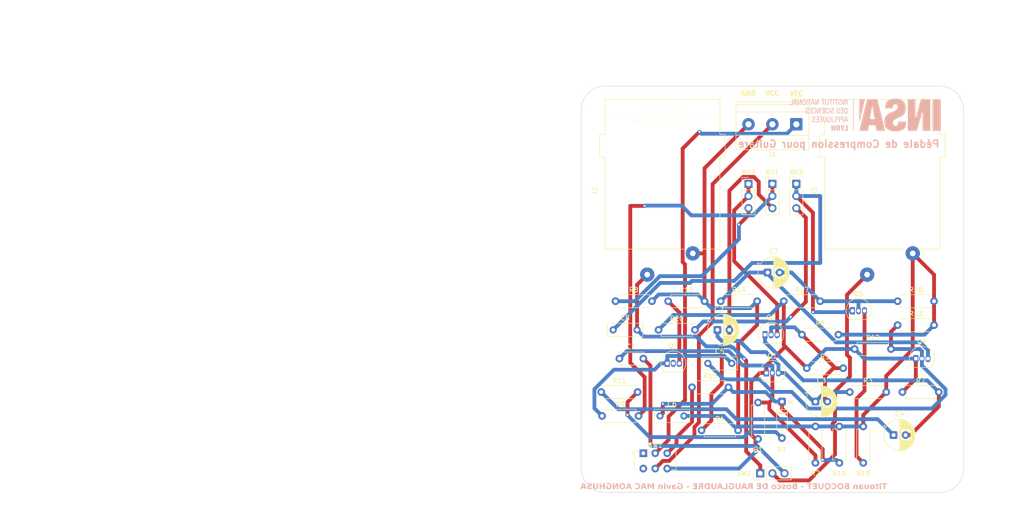
<source format=kicad_pcb>
(kicad_pcb (version 20241229) (generator "pcbnew") (generator_version "9.0")
  (layers (0 "F.Cu" signal) (2 "B.Cu" signal) (13 "F.Paste" user) (15 "B.Paste" user) (5 "F.SilkS" user "F.Silkscreen") (7 "B.SilkS" user "B.Silkscreen") (1 "F.Mask" user) (3 "B.Mask" user) (25 "Edge.Cuts" user))
  (net 0 "")
  (net 1 "INPUT")
  (net 2 "Net-(C2-Pad2)")
  (net 3 "Net-(Q1-B)")
  (net 4 "GND")
  (net 5 "Vout")
  (net 6 "OUTPUT")
  (net 7 "VCC")
  (net 8 "Net-(Q2-B)")
  (net 9 "Vin")
  (net 10 "Net-(C4-Pad1)")
  (net 11 "Net-(J1-Pad2)")
  (net 12 "Vn")
  (net 13 "VI")
  (net 14 "Vctrl")
  (net 15 "Net-(Q4-B)")
  (net 16 "Net-(Q5-B)")
  (net 17 "Net-(Q4-E)")
  (net 18 "Net-(Q5-C)")
  (net 19 "Net-(D1-A)")
  (net 20 "Net-(J1-Pad1)")
  (net 21 "Net-(Q2-E)")
  (net 22 "Net-(Q3-S)")
  (net 23 "Vcrtl")
  (net 24 "Net-(R8-Pad1)")
  (net 25 "Net-(Q5-E)")
  (net 26 "Net-(R9-Pad2)")
  (net 27 "VEE")
  (net 30 "Net-(R20-Pad2)")
  (footprint "Resistor_THT:R_Axial_DIN0207_L6.3mm_D2.5mm_P7.62mm_Horizontal" (layer "F.Cu") (at 193.19 80)
    (property "Reference" "R10" (at 3.81 -2.37 0) (layer "F.SilkS"))
    (property "Value" "1k")
    (pad "1" thru_hole circle (at 0 0) (size 1.6 1.6) (drill 0.8) (layers "*.Cu" "*.Mask") (net 22 "Net-(Q3-S)"))
    (pad "2" thru_hole circle (at 7.62 0) (size 1.6 1.6) (drill 0.8) (layers "*.Cu" "*.Mask") (net 4 "GND"))
  )
  (footprint "Resistor_THT:R_Axial_DIN0207_L6.3mm_D2.5mm_P7.62mm_Horizontal" (layer "F.Cu") (at 231.19 99)
    (property "Reference" "R3" (at 3.81 -2.37 0) (layer "F.SilkS"))
    (property "Value" "20k")
    (pad "1" thru_hole circle (at 0 0) (size 1.6 1.6) (drill 0.8) (layers "*.Cu" "*.Mask") (net 9 "Vin"))
    (pad "2" thru_hole circle (at 7.62 0) (size 1.6 1.6) (drill 0.8) (layers "*.Cu" "*.Mask") (net 4 "GND"))
  )
  (footprint "Resistor_THT:R_Axial_DIN0207_L6.3mm_D2.5mm_P7.62mm_Horizontal" (layer "F.Cu") (at 222.19 94)
    (property "Reference" "R5" (at 3.81 -2.37 0) (layer "F.SilkS"))
    (property "Value" "39k")
    (pad "1" thru_hole circle (at 0 0) (size 1.6 1.6) (drill 0.8) (layers "*.Cu" "*.Mask") (net 7 "VCC"))
    (pad "2" thru_hole circle (at 7.62 0) (size 1.6 1.6) (drill 0.8) (layers "*.Cu" "*.Mask") (net 8 "Net-(Q2-B)"))
  )
  (footprint "Capacitor_THT:C_Rect_L7.2mm_W2.5mm_P5.00mm" (layer "F.Cu") (at 181.69 86)
    (property "Reference" "C8" (at 2.5 -2.5 0) (layer "F.SilkS"))
    (property "Value" "0.47u")
    (pad "1" thru_hole circle (at 0 0) (size 1.5 1.5) (drill 0.75) (layers "*.Cu" "*.Mask") (net 18 "Net-(Q5-C)"))
    (pad "2" thru_hole circle (at 5 0) (size 1.5 1.5) (drill 0.75) (layers "*.Cu" "*.Mask") (net 6 "OUTPUT"))
  )
  (footprint "Resistor_THT:R_Axial_DIN0207_L6.3mm_D2.5mm_P7.62mm_Horizontal" (layer "F.Cu") (at 224 113.81 90)
    (property "Reference" "R2" (at -2.19 0 0) (layer "F.SilkS"))
    (property "Value" "2M")
    (pad "1" thru_hole circle (at 0 0 90) (size 1.6 1.6) (drill 0.8) (layers "*.Cu" "*.Mask") (net 3 "Net-(Q1-B)"))
    (pad "2" thru_hole circle (at 7.62 0 90) (size 1.6 1.6) (drill 0.8) (layers "*.Cu" "*.Mask") (net 4 "GND"))
  )
  (footprint "MountingHole:MountingHole_2.2mm_M2" (layer "F.Cu") (at 215 67)
    (property "Reference" "REF**" (hide yes))
    (property "Value" "MountingHole_2.2mm_M2" (hide yes))
    (pad "" np_thru_hole circle (at 0 0) (size 2.2 2.2) (drill 2.2) (layers "*.Cu" "*.Mask"))
  )
  (footprint "Package_TO_SOT_THT:TO-92_Inline" (layer "F.Cu") (at 245 92)
    (property "Reference" "Q4" (at 1.27 -3.56 0) (layer "F.SilkS"))
    (property "Value" "2N2222")
    (pad "1" thru_hole rect (at 0 0) (size 1.05 1.5) (drill 0.75) (layers "*.Cu" "*.Mask") (net 7 "VCC"))
    (pad "2" thru_hole oval (at 1.27 0) (size 1.05 1.5) (drill 0.75) (layers "*.Cu" "*.Mask") (net 15 "Net-(Q4-B)"))
    (pad "3" thru_hole oval (at 2.54 0) (size 1.05 1.5) (drill 0.75) (layers "*.Cu" "*.Mask") (net 17 "Net-(Q4-E)"))
  )
  (footprint "Resistor_THT:R_Axial_DIN0207_L6.3mm_D2.5mm_P7.62mm_Horizontal" (layer "F.Cu") (at 212 108.81 90)
    (property "Reference" "R1" (at -2.19 0 0) (layer "F.SilkS"))
    (property "Value" "2M")
    (pad "1" thru_hole circle (at 0 0 90) (size 1.6 1.6) (drill 0.8) (layers "*.Cu" "*.Mask") (net 7 "VCC"))
    (pad "2" thru_hole circle (at 7.62 0 90) (size 1.6 1.6) (drill 0.8) (layers "*.Cu" "*.Mask") (net 3 "Net-(Q1-B)"))
  )
  (footprint "Resistor_THT:R_Axial_DIN0207_L6.3mm_D2.5mm_P7.62mm_Horizontal" (layer "F.Cu") (at 242.19 99)
    (property "Reference" "R7" (at 3.81 -2.37 0) (layer "F.SilkS"))
    (property "Value" "2.5k")
    (pad "1" thru_hole circle (at 0 0) (size 1.6 1.6) (drill 0.8) (layers "*.Cu" "*.Mask") (net 7 "VCC"))
    (pad "2" thru_hole circle (at 7.62 0) (size 1.6 1.6) (drill 0.8) (layers "*.Cu" "*.Mask") (net 12 "Vn"))
  )
  (footprint "Button_Switch_THT:SW_E-Switch_EG1271_SPDT" (layer "F.Cu") (at 188 111.8)
    (property "Reference" "SW1" (at 2.5 -1.65 0) (layer "F.SilkS"))
    (property "Value" "SW_ALIM")
    (pad "1" thru_hole rect (at 0 0) (size 1.6 1.6) (drill 0.8) (layers "*.Cu" "*.Mask"))
    (pad "2" thru_hole circle (at 2.5 0) (size 1.6 1.6) (drill 0.8) (layers "*.Cu" "*.Mask") (net 20 "Net-(J1-Pad1)"))
    (pad "3" thru_hole circle (at 5 0) (size 1.6 1.6) (drill 0.8) (layers "*.Cu" "*.Mask") (net 27 "VEE"))
    (pad "4" thru_hole circle (at 0 3.2) (size 1.6 1.6) (drill 0.8) (layers "*.Cu" "*.Mask"))
    (pad "5" thru_hole circle (at 2.5 3.2) (size 1.6 1.6) (drill 0.8) (layers "*.Cu" "*.Mask") (net 11 "Net-(J1-Pad2)"))
    (pad "6" thru_hole circle (at 5 3.2) (size 1.6 1.6) (drill 0.8) (layers "*.Cu" "*.Mask") (net 7 "VCC"))
  )
  (footprint "Package_TO_SOT_THT:TO-92_Inline" (layer "F.Cu") (at 213.46 87)
    (property "Reference" "Q2" (at 1.27 -3.56 0) (layer "F.SilkS"))
    (property "Value" "2N2222")
    (pad "1" thru_hole rect (at 0 0) (size 1.05 1.5) (drill 0.75) (layers "*.Cu" "*.Mask") (net 12 "Vn"))
    (pad "2" thru_hole oval (at 1.27 0) (size 1.05 1.5) (drill 0.75) (layers "*.Cu" "*.Mask") (net 8 "Net-(Q2-B)"))
    (pad "3" thru_hole oval (at 2.54 0) (size 1.05 1.5) (drill 0.75) (layers "*.Cu" "*.Mask") (net 21 "Net-(Q2-E)"))
  )
  (footprint "Resistor_THT:R_Axial_DIN0207_L6.3mm_D2.5mm_P7.62mm_Horizontal" (layer "F.Cu") (at 217.38 80)
    (property "Reference" "R17" (at 3.81 -2.37 0) (layer "F.SilkS"))
    (property "Value" "124k")
    (pad "1" thru_hole circle (at 0 0) (size 1.6 1.6) (drill 0.8) (layers "*.Cu" "*.Mask") (net 7 "VCC"))
    (pad "2" thru_hole circle (at 7.62 0) (size 1.6 1.6) (drill 0.8) (layers "*.Cu" "*.Mask") (net 16 "Net-(Q5-B)"))
  )
  (footprint "TerminalBlock_Phoenix:TerminalBlock_Phoenix_MKDS-1,5-3_1x03_P5.00mm_Horizontal" (layer "F.Cu") (at 220 43 180)
    (property "Reference" "J1" (at 5 -6.32 0) (layer "F.SilkS"))
    (property "Value" "DIN-ALIM")
    (pad "1" thru_hole roundrect (at 0 0 180) (size 2.6 2.6) (drill 1.3) (layers "*.Cu" "*.Mask") (roundrect_rratio 0.096154) (net 20 "Net-(J1-Pad1)"))
    (pad "2" thru_hole circle (at 5 0 180) (size 2.6 2.6) (drill 1.3) (layers "*.Cu" "*.Mask") (net 11 "Net-(J1-Pad2)"))
    (pad "3" thru_hole circle (at 10 0 180) (size 2.6 2.6) (drill 1.3) (layers "*.Cu" "*.Mask") (net 4 "GND"))
  )
  (footprint "Resistor_THT:R_Axial_DIN0207_L6.3mm_D2.5mm_P7.62mm_Horizontal" (layer "F.Cu") (at 191.19 86)
    (property "Reference" "R20" (at 3.81 -2.37 0) (layer "F.SilkS"))
    (property "Value" "1k")
    (pad "1" thru_hole circle (at 0 0) (size 1.6 1.6) (drill 0.8) (layers "*.Cu" "*.Mask") (net 7 "VCC"))
    (pad "2" thru_hole circle (at 7.62 0) (size 1.6 1.6) (drill 0.8) (layers "*.Cu" "*.Mask") (net 30 "Net-(R20-Pad2)"))
  )
  (footprint "Capacitor_THT:CP_Radial_D6.3mm_P2.50mm" (layer "F.Cu") (at 240.3473 108)
    (property "Reference" "C4" (at 1.25 -4.4 0) (layer "F.SilkS"))
    (property "Value" "100u")
    (pad "1" thru_hole roundrect (at 0 0) (size 1.6 1.6) (drill 0.8) (layers "*.Cu" "*.Mask") (roundrect_rratio 0.15625) (net 10 "Net-(C4-Pad1)"))
    (pad "2" thru_hole circle (at 2.5 0) (size 1.6 1.6) (drill 0.8) (layers "*.Cu" "*.Mask") (net 12 "Vn"))
  )
  (footprint "Capacitor_THT:CP_Radial_D6.3mm_P2.50mm" (layer "F.Cu") (at 214 74)
    (property "Reference" "C7" (at 1.25 -4.4 0) (layer "F.SilkS"))
    (property "Value" "10u")
    (pad "1" thru_hole roundrect (at 0 0) (size 1.6 1.6) (drill 0.8) (layers "*.Cu" "*.Mask") (roundrect_rratio 0.15625) (net 17 "Net-(Q4-E)"))
    (pad "2" thru_hole circle (at 2.5 0) (size 1.6 1.6) (drill 0.8) (layers "*.Cu" "*.Mask") (net 16 "Net-(Q5-B)"))
  )
  (footprint "Resistor_THT:R_Axial_DIN0207_L6.3mm_D2.5mm_P7.62mm_Horizontal" (layer "F.Cu") (at 204.19 80)
    (property "Reference" "R14" (at 3.81 -2.37 0) (layer "F.SilkS"))
    (property "Value" "20k")
    (pad "1" thru_hole circle (at 0 0) (size 1.6 1.6) (drill 0.8) (layers "*.Cu" "*.Mask") (net 17 "Net-(Q4-E)"))
    (pad "2" thru_hole circle (at 7.62 0) (size 1.6 1.6) (drill 0.8) (layers "*.Cu" "*.Mask") (net 4 "GND"))
  )
  (footprint "MountingHole:MountingHole_2.2mm_M2" (layer "F.Cu") (at 250 115)
    (property "Reference" "REF**" (hide yes))
    (property "Value" "MountingHole_2.2mm_M2" (hide yes))
    (pad "" np_thru_hole circle (at 0 0) (size 2.2 2.2) (drill 2.2) (layers "*.Cu" "*.Mask"))
  )
  (footprint "Connector_PinHeader_2.54mm:PinHeader_1x03_P2.54mm_Vertical" (layer "F.Cu") (at 210 55.46)
    (property "Reference" "RV2" (at 0 -2.38 0) (layer "F.SilkS"))
    (property "Value" "R_Comp (500 Ohm)")
    (pad "1" thru_hole rect (at 0 0) (size 1.7 1.7) (drill 1) (layers "*.Cu" "*.Mask") (net 21 "Net-(Q2-E)"))
    (pad "2" thru_hole circle (at 0 2.54) (size 1.7 1.7) (drill 1) (layers "*.Cu" "*.Mask") (net 21 "Net-(Q2-E)"))
    (pad "3" thru_hole circle (at 0 5.08) (size 1.7 1.7) (drill 1) (layers "*.Cu" "*.Mask") (net 24 "Net-(R8-Pad1)"))
  )
  (footprint "Package_TO_SOT_THT:TO-92_Inline" (layer "F.Cu") (at 213.73 95)
    (property "Reference" "Q1" (at 1.27 -3.56 0) (layer "F.SilkS"))
    (property "Value" "2N2222")
    (pad "1" thru_hole rect (at 0 0) (size 1.05 1.5) (drill 0.75) (layers "*.Cu" "*.Mask") (net 7 "VCC"))
    (pad "2" thru_hole oval (at 1.27 0) (size 1.05 1.5) (drill 0.75) (layers "*.Cu" "*.Mask") (net 3 "Net-(Q1-B)"))
    (pad "3" thru_hole oval (at 2.54 0) (size 1.05 1.5) (drill 0.75) (layers "*.Cu" "*.Mask") (net 9 "Vin"))
  )
  (footprint "Resistor_THT:R_Axial_DIN0207_L6.3mm_D2.5mm_P7.62mm_Horizontal" (layer "F.Cu") (at 241.19 80)
    (property "Reference" "R18" (at 3.81 -2.37 0) (layer "F.SilkS"))
    (property "Value" "10k")
    (pad "1" thru_hole circle (at 0 0) (size 1.6 1.6) (drill 0.8) (layers "*.Cu" "*.Mask") (net 16 "Net-(Q5-B)"))
    (pad "2" thru_hole circle (at 7.62 0) (size 1.6 1.6) (drill 0.8) (layers "*.Cu" "*.Mask") (net 4 "GND"))
  )
  (footprint "Resistor_THT:R_Axial_DIN0207_L6.3mm_D2.5mm_P7.62mm_Horizontal" (layer "F.Cu") (at 241.19 85)
    (property "Reference" "R13" (at 3.81 -2.37 0) (layer "F.SilkS"))
    (property "Value" "1M")
    (pad "1" thru_hole circle (at 0 0) (size 1.6 1.6) (drill 0.8) (layers "*.Cu" "*.Mask") (net 15 "Net-(Q4-B)"))
    (pad "2" thru_hole circle (at 7.62 0) (size 1.6 1.6) (drill 0.8) (layers "*.Cu" "*.Mask") (net 4 "GND"))
  )
  (footprint "Connector_PinHeader_2.54mm:PinHeader_1x03_P2.54mm_Vertical" (layer "F.Cu") (at 212.46 116 90)
    (property "Reference" "SW2" (at 0 -3.46 0) (layer "F.SilkS"))
    (property "Value" "EFECT-CHOICE")
    (pad "1" thru_hole rect (at 0 0 90) (size 1.7 1.7) (drill 1) (layers "*.Cu" "*.Mask") (net 6 "OUTPUT"))
    (pad "2" thru_hole circle (at 0 2.54 90) (size 1.7 1.7) (drill 1) (layers "*.Cu" "*.Mask") (net 1 "INPUT"))
    (pad "3" thru_hole circle (at 0 5.08 90) (size 1.7 1.7) (drill 1) (layers "*.Cu" "*.Mask") (net 13 "VI"))
  )
  (footprint "Capacitor_THT:C_Rect_L7.2mm_W2.5mm_P5.00mm" (layer "F.Cu") (at 191.5 104)
    (property "Reference" "C6" (at 2.5 -2.5 0) (layer "F.SilkS"))
    (property "Value" "470n")
    (pad "1" thru_hole circle (at 0 0) (size 1.5 1.5) (drill 0.75) (layers "*.Cu" "*.Mask") (net 14 "Vctrl"))
    (pad "2" thru_hole circle (at 5 0) (size 1.5 1.5) (drill 0.75) (layers "*.Cu" "*.Mask") (net 4 "GND"))
  )
  (footprint "Connector_Audio:Jack_speakON-6.35mm_Neutrik_NLJ2MDXX-H_Horizontal" (layer "F.Cu") (at 234.82 74.44 90)
    (property "Reference" "J3" (at 17.5 -11 90) (layer "F.SilkS"))
    (property "Value" "AudioJack-Guitare-INPUT")
    (pad "1+" thru_hole circle (at 0 0 90) (size 3 3) (drill 1.2) (layers "*.Cu" "*.Mask") (net 1 "INPUT"))
    (pad "1-" thru_hole circle (at 4.44 9.53 90) (size 3 3) (drill 1.2) (layers "*.Cu" "*.Mask") (net 4 "GND"))
  )
  (footprint "Resistor_THT:R_Axial_DIN0207_L6.3mm_D2.5mm_P7.62mm_Horizontal" (layer "F.Cu") (at 234 113.81 90)
    (property "Reference" "R19" (at -2.19 0 0) (layer "F.SilkS"))
    (property "Value" "1k")
    (pad "1" thru_hole circle (at 0 0 90) (size 1.6 1.6) (drill 0.8) (layers "*.Cu" "*.Mask") (net 25 "Net-(Q5-E)"))
    (pad "2" thru_hole circle (at 7.62 0 90) (size 1.6 1.6) (drill 0.8) (layers "*.Cu" "*.Mask") (net 4 "GND"))
  )
  (footprint "Connector_Audio:Jack_speakON-6.35mm_Neutrik_NLJ2MDXX-H_Horizontal" (layer "F.Cu") (at 188.82 74.44 90)
    (property "Reference" "J2" (at 17.5 -11 90) (layer "F.SilkS"))
    (property "Value" "AudioJack-Guitare-OUTPUT")
    (pad "1+" thru_hole circle (at 0 0 90) (size 3 3) (drill 1.2) (layers "*.Cu" "*.Mask") (net 6 "OUTPUT"))
    (pad "1-" thru_hole circle (at 4.44 9.53 90) (size 3 3) (drill 1.2) (layers "*.Cu" "*.Mask") (net 4 "GND"))
  )
  (footprint "Resistor_THT:R_Axial_DIN0207_L6.3mm_D2.5mm_P7.62mm_Horizontal" (layer "F.Cu") (at 229 113.81 90)
    (property "Reference" "R16" (at -2.19 0 0) (layer "F.SilkS"))
    (property "Value" "47k")
    (pad "1" thru_hole circle (at 0 0 90) (size 1.6 1.6) (drill 0.8) (layers "*.Cu" "*.Mask") (net 14 "Vctrl"))
    (pad "2" thru_hole circle (at 7.62 0 90) (size 1.6 1.6) (drill 0.8) (layers "*.Cu" "*.Mask") (net 4 "GND"))
  )
  (footprint "Resistor_THT:R_Axial_DIN0207_L6.3mm_D2.5mm_P7.62mm_Horizontal" (layer "F.Cu") (at 179.19 99)
    (property "Reference" "R11" (at 3.81 -2.37 0) (layer "F.SilkS"))
    (property "Value" "100")
    (pad "1" thru_hole circle (at 0 0) (size 1.6 1.6) (drill 0.8) (layers "*.Cu" "*.Mask") (net 10 "Net-(C4-Pad1)"))
    (pad "2" thru_hole circle (at 7.62 0) (size 1.6 1.6) (drill 0.8) (layers "*.Cu" "*.Mask") (net 19 "Net-(D1-A)"))
  )
  (footprint "Resistor_THT:R_Axial_DIN0207_L6.3mm_D2.5mm_P7.62mm_Horizontal" (layer "F.Cu") (at 221.19 87)
    (property "Reference" "R6" (at 3.81 -2.37 0) (layer "F.SilkS"))
    (property "Value" "6.2k")
    (pad "1" thru_hole circle (at 0 0) (size 1.6 1.6) (drill 0.8) (layers "*.Cu" "*.Mask") (net 8 "Net-(Q2-B)"))
    (pad "2" thru_hole circle (at 7.62 0) (size 1.6 1.6) (drill 0.8) (layers "*.Cu" "*.Mask") (net 4 "GND"))
  )
  (footprint "Connector_PinHeader_2.54mm:PinHeader_1x03_P2.54mm_Vertical" (layer "F.Cu") (at 215 55.46)
    (property "Reference" "RV1" (at 0 -2.38 0) (layer "F.SilkS"))
    (property "Value" "R_Amp_Tot (20 kOhm)")
    (pad "1" thru_hole rect (at 0 0) (size 1.7 1.7) (drill 1) (layers "*.Cu" "*.Mask") (net 26 "Net-(R9-Pad2)"))
    (pad "2" thru_hole circle (at 0 2.54) (size 1.7 1.7) (drill 1) (layers "*.Cu" "*.Mask") (net 26 "Net-(R9-Pad2)"))
    (pad "3" thru_hole circle (at 0 5.08) (size 1.7 1.7) (drill 1) (layers "*.Cu" "*.Mask") (net 2 "Net-(C2-Pad2)"))
  )
  (footprint "Resistor_THT:R_Axial_DIN0207_L6.3mm_D2.5mm_P7.62mm_Horizontal" (layer "F.Cu") (at 198.19 98)
    (property "Reference" "R15" (at 3.81 -2.37 0) (layer "F.SilkS"))
    (property "Value" "300k")
    (pad "1" thru_hole circle (at 0 0) (size 1.6 1.6) (drill 0.8) (layers "*.Cu" "*.Mask") (net 27 "VEE"))
    (pad "2" thru_hole circle (at 7.62 0) (size 1.6 1.6) (drill 0.8) (layers "*.Cu" "*.Mask") (net 14 "Vctrl"))
  )
  (footprint "Connector_PinHeader_2.54mm:PinHeader_1x03_P2.54mm_Vertical" (layer "F.Cu") (at 220 55.46)
    (property "Reference" "RV3" (at 0 -2.38 0) (layer "F.SilkS"))
    (property "Value" "R_Amp (1 kOhm)")
    (pad "1" thru_hole rect (at 0 0) (size 1.7 1.7) (drill 1) (layers "*.Cu" "*.Mask") (net 18 "Net-(Q5-C)"))
    (pad "2" thru_hole circle (at 0 2.54) (size 1.7 1.7) (drill 1) (layers "*.Cu" "*.Mask") (net 18 "Net-(Q5-C)"))
    (pad "3" thru_hole circle (at 0 5.08) (size 1.7 1.7) (drill 1) (layers "*.Cu" "*.Mask") (net 30 "Net-(R20-Pad2)"))
  )
  (footprint "MountingHole:MountingHole_2.2mm_M2" (layer "F.Cu") (at 180 115)
    (property "Reference" "REF**" (hide yes))
    (property "Value" "MountingHole_2.2mm_M2" (hide yes))
    (pad "" np_thru_hole circle (at 0 0) (size 2.2 2.2) (drill 2.2) (layers "*.Cu" "*.Mask"))
  )
  (footprint "Capacitor_THT:C_Disc_D5.0mm_W2.5mm_P5.00mm" (layer "F.Cu") (at 183 92)
    (property "Reference" "C1" (at 2.5 -2.5 0) (layer "F.SilkS"))
    (property "Value" "100n")
    (pad "1" thru_hole circle (at 0 0) (size 1.6 1.6) (drill 0.8) (layers "*.Cu" "*.Mask") (net 3 "Net-(Q1-B)"))
    (pad "2" thru_hole circle (at 5 0) (size 1.6 1.6) (drill 0.8) (layers "*.Cu" "*.Mask") (net 13 "VI"))
  )
  (footprint "Resistor_THT:R_Axial_DIN0207_L6.3mm_D2.5mm_P7.62mm_Horizontal" (layer "F.Cu") (at 200.19 107)
    (property "Reference" "R4" (at 3.81 -2.37 0) (layer "F.SilkS"))
    (property "Value" "1M")
    (pad "1" thru_hole circle (at 0 0) (size 1.6 1.6) (drill 0.8) (layers "*.Cu" "*.Mask") (net 2 "Net-(C2-Pad2)"))
    (pad "2" thru_hole circle (at 7.62 0) (size 1.6 1.6) (drill 0.8) (layers "*.Cu" "*.Mask") (net 4 "GND"))
  )
  (footprint "Resistor_THT:R_Axial_DIN0207_L6.3mm_D2.5mm_P7.62mm_Horizontal" (layer "F.Cu") (at 179.38 104)
    (property "Reference" "R9" (at 3.81 -2.37 0) (layer "F.SilkS"))
    (property "Value" "1k")
    (pad "1" thru_hole circle (at 0 0) (size 1.6 1.6) (drill 0.8) (layers "*.Cu" "*.Mask") (net 5 "Vout"))
    (pad "2" thru_hole circle (at 7.62 0) (size 1.6 1.6) (drill 0.8) (layers "*.Cu" "*.Mask") (net 26 "Net-(R9-Pad2)"))
  )
  (footprint "Resistor_THT:R_Axial_DIN0207_L6.3mm_D2.5mm_P7.62mm_Horizontal" (layer "F.Cu") (at 182.19 80)
    (property "Reference" "R8" (at 3.81 -2.37 0) (layer "F.SilkS"))
    (property "Value" "300")
    (pad "1" thru_hole circle (at 0 0) (size 1.6 1.6) (drill 0.8) (layers "*.Cu" "*.Mask") (net 24 "Net-(R8-Pad1)"))
    (pad "2" thru_hole circle (at 7.62 0) (size 1.6 1.6) (drill 0.8) (layers "*.Cu" "*.Mask") (net 4 "GND"))
  )
  (footprint "clipboard:5e10ae1c-495f-4db6-8730-ded183f1f888" (layer "F.Cu") (at 201.814511 41.598302)
    (property "Reference" "" (at 0 0 0) (layer "F.SilkS") (effects (font (size 1.27 1.27))))
    (property "Value" "")
  )
  (footprint "Package_TO_SOT_THT:TO-92_Inline" (layer "F.Cu") (at 231.73 82)
    (property "Reference" "Q5" (at 1.27 -3.56 0) (layer "F.SilkS"))
    (property "Value" "2N2222")
    (pad "1" thru_hole rect (at 0 0) (size 1.05 1.5) (drill 0.75) (layers "*.Cu" "*.Mask") (net 18 "Net-(Q5-C)"))
    (pad "2" thru_hole oval (at 1.27 0) (size 1.05 1.5) (drill 0.75) (layers "*.Cu" "*.Mask") (net 16 "Net-(Q5-B)"))
    (pad "3" thru_hole oval (at 2.54 0) (size 1.05 1.5) (drill 0.75) (layers "*.Cu" "*.Mask") (net 25 "Net-(Q5-E)"))
  )
  (footprint "Package_TO_SOT_THT:TO-92_Inline" (layer "F.Cu") (at 193 93)
    (property "Reference" "Q3" (at 1.27 -3.56 0) (layer "F.SilkS"))
    (property "Value" "2N4117")
    (pad "1" thru_hole rect (at 0 0) (size 1.05 1.5) (drill 0.75) (layers "*.Cu" "*.Mask") (net 5 "Vout"))
    (pad "2" thru_hole oval (at 1.27 0) (size 1.05 1.5) (drill 0.75) (layers "*.Cu" "*.Mask") (net 23 "Vcrtl"))
    (pad "3" thru_hole oval (at 2.54 0) (size 1.05 1.5) (drill 0.75) (layers "*.Cu" "*.Mask") (net 22 "Net-(Q3-S)"))
  )
  (footprint "Capacitor_THT:CP_Radial_D6.3mm_P2.50mm" (layer "F.Cu") (at 203.5 86)
    (property "Reference" "C2" (at 0.3 -4.3 0) (layer "F.SilkS"))
    (property "Value" "20u")
    (pad "1" thru_hole roundrect (at 0 0) (size 1.6 1.6) (drill 0.8) (layers "*.Cu" "*.Mask") (roundrect_rratio 0.15625) (net 9 "Vin"))
    (pad "2" thru_hole circle (at 2.5 0) (size 1.6 1.6) (drill 0.8) (layers "*.Cu" "*.Mask") (net 2 "Net-(C2-Pad2)"))
  )
  (footprint "Resistor_THT:R_Axial_DIN0207_L6.3mm_D2.5mm_P7.62mm_Horizontal" (layer "F.Cu") (at 232.19 90)
    (property "Reference" "R12" (at 3.81 -2.37 0) (layer "F.SilkS"))
    (property "Value" "1M")
    (pad "1" thru_hole circle (at 0 0) (size 1.6 1.6) (drill 0.8) (layers "*.Cu" "*.Mask") (net 7 "VCC"))
    (pad "2" thru_hole circle (at 7.62 0) (size 1.6 1.6) (drill 0.8) (layers "*.Cu" "*.Mask") (net 15 "Net-(Q4-B)"))
  )
  (footprint "Capacitor_THT:CP_Radial_D6.3mm_P2.50mm" (layer "F.Cu") (at 224 101)
    (property "Reference" "C3" (at 1.25 -4.4 0) (layer "F.SilkS"))
    (property "Value" "10u")
    (pad "1" thru_hole roundrect (at 0 0) (size 1.6 1.6) (drill 0.8) (layers "*.Cu" "*.Mask") (roundrect_rratio 0.15625) (net 9 "Vin"))
    (pad "2" thru_hole circle (at 2.5 0) (size 1.6 1.6) (drill 0.8) (layers "*.Cu" "*.Mask") (net 8 "Net-(Q2-B)"))
  )
  (footprint "Diode_THT:D_DO-35_SOD27_P7.62mm_Horizontal" (layer "F.Cu") (at 217 101 -90)
    (property "Reference" "D1" (at 10 0 0) (layer "F.SilkS"))
    (property "Value" "1N4148")
    (fp_text user "K" (at 0 -1.8 90) (layer "F.SilkS"))
    (pad "1" thru_hole roundrect (at 0 0 270) (size 1.6 1.6) (drill 0.8) (layers "*.Cu" "*.Mask") (roundrect_rratio 0.15625) (net 14 "Vctrl"))
    (pad "2" thru_hole circle (at 7.62 0 270) (size 1.6 1.6) (drill 0.8) (layers "*.Cu" "*.Mask") (net 19 "Net-(D1-A)"))
  )
  (footprint "Capacitor_THT:C_Rect_L7.2mm_W2.5mm_P5.00mm" (layer "F.Cu") (at 201.5 93)
    (property "Reference" "C5" (at 2.5 -2.5 0) (layer "F.SilkS"))
    (property "Value" "0.022u")
    (pad "1" thru_hole circle (at 0 0) (size 1.5 1.5) (drill 0.75) (layers "*.Cu" "*.Mask") (net 15 "Net-(Q4-B)"))
    (pad "2" thru_hole circle (at 5 0) (size 1.5 1.5) (drill 0.75) (layers "*.Cu" "*.Mask") (net 5 "Vout"))
  )
  (footprint "clipboard:127030a1-c690-4418-a720-fd34b482877e" (layer "B.Cu") (at 223.3 42.4 180)
    (property "Reference" "" (at 0 0 0) (layer "B.SilkS") (effects (font (size 1.27 1.27)) (justify mirror)))
    (property "Value" "")
  )
  (gr_line (start 175 115) (end 175 40) (stroke (width 0.1)) (layer "Edge.Cuts"))
  (gr_arc (start 180 120) (mid 176.464466 118.535534) (end 175 115) (stroke (width 0.1)) (layer "Edge.Cuts"))
  (gr_line (start 250 120) (end 180 120) (stroke (width 0.1)) (layer "Edge.Cuts"))
  (gr_line (start 180 35) (end 250 35) (stroke (width 0.1)) (layer "Edge.Cuts"))
  (gr_line (start 255 40) (end 255 115) (stroke (width 0.1)) (layer "Edge.Cuts"))
  (gr_arc (start 175 40) (mid 176.464466 36.464466) (end 180 35) (stroke (width 0.1)) (layer "Edge.Cuts"))
  (gr_arc (start 255 115) (mid 253.535534 118.535534) (end 250 120) (stroke (width 0.1)) (layer "Edge.Cuts"))
  (gr_arc (start 250 35) (mid 253.535534 36.464466) (end 255 40) (stroke (width 0.1)) (layer "Edge.Cuts"))
  (gr_text "GND\n" (at 208.3 37.1 0) (layer "F.SilkS") (effects (font (size 1 1) (thickness 0.25) (bold yes)) (justify left bottom)))
  (gr_text "VCC\n" (at 213.4 37.1 0) (layer "F.SilkS") (effects (font (size 1 1) (thickness 0.25) (bold yes)) (justify left bottom)))
  (gr_text "VEE" (at 218.5 37.2 0) (layer "F.SilkS") (effects (font (size 1 1) (thickness 0.25) (bold yes)) (justify left bottom)))
  (gr_text "Pédale de Compression pour Guitare" (at 250.1 48 0) (layer "B.SilkS") (effects (font (size 1.5 1.5) (thickness 0.3) (bold yes)) (justify left bottom mirror)))
  (gr_text "Titouan BOCQUET - Bosco DE RAUGLAUDRE - Gavin MAC AONGHUSA" (at 239 119.5 0) (layer "B.SilkS") (effects (font (size 1.2 1.2) (thickness 0.3) (bold yes)) (justify left bottom mirror)))
  (segment (start 215 116) (end 216.4734 117.4734) (width 0.8) (layer "F.Cu") (net 1))
  (segment (start 230.6031 78.6569) (end 234.82 74.44) (width 0.8) (layer "F.Cu") (net 1))
  (segment (start 228.1 112.0443) (end 228.1 107.271314) (width 0.8) (layer "F.Cu") (net 1))
  (segment (start 222.6709 117.4734) (end 228.1 112.0443) (width 0.8) (layer "F.Cu") (net 1))
  (segment (start 228.1 105.108686) (end 228.1 98.85) (width 0.8) (layer "F.Cu") (net 1))
  (segment (start 228.1 98.85) (end 231.2181 95.7319) (width 0.8) (layer "F.Cu") (net 1))
  (segment (start 216.4734 117.4734) (end 222.6709 117.4734) (width 0.8) (layer "F.Cu") (net 1))
  (segment (start 227.599 106.770314) (end 227.599 105.609686) (width 0.8) (layer "F.Cu") (net 1))
  (segment (start 230.6031 91.2303) (end 230.6031 78.6569) (width 0.8) (layer "F.Cu") (net 1))
  (segment (start 228.1 107.271314) (end 227.599 106.770314) (width 0.8) (layer "F.Cu") (net 1))
  (segment (start 231.2181 91.8453) (end 230.6031 91.2303) (width 0.8) (layer "F.Cu") (net 1))
  (segment (start 227.599 105.609686) (end 228.1 105.108686) (width 0.8) (layer "F.Cu") (net 1))
  (segment (start 231.2181 95.7319) (end 231.2181 91.8453) (width 0.8) (layer "F.Cu") (net 1))
  (segment (start 208.8638 54.0083) (end 211.1142 54.0083) (width 0.8) (layer "F.Cu") (net 2))
  (segment (start 200.19 107) (end 202.227 104.963) (width 0.8) (layer "F.Cu") (net 2))
  (segment (start 212.1463 57.6863) (end 215 60.54) (width 0.8) (layer "F.Cu") (net 2))
  (segment (start 202.227 99.4702) (end 204.4098 97.2874) (width 0.8) (layer "F.Cu") (net 2))
  (segment (start 206 56.8721) (end 208.8638 54.0083) (width 0.8) (layer "F.Cu") (net 2))
  (segment (start 204.4098 89.6639) (end 206 88.0737) (width 0.8) (layer "F.Cu") (net 2))
  (segment (start 206 88.0737) (end 206 56.8721) (width 0.8) (layer "F.Cu") (net 2))
  (segment (start 212.1463 55.0404) (end 212.1463 57.6863) (width 0.8) (layer "F.Cu") (net 2))
  (segment (start 204.4098 97.2874) (end 204.4098 89.6639) (width 0.8) (layer "F.Cu") (net 2))
  (segment (start 211.1142 54.0083) (end 212.1463 55.0404) (width 0.8) (layer "F.Cu") (net 2))
  (segment (start 202.227 104.963) (end 202.227 99.4702) (width 0.8) (layer "F.Cu") (net 2))
  (segment (start 206.4 86) (end 206 86) (width 0.8) (layer "F.Cu") (net 2))
  (segment (start 215 100.545) (end 214.355 101.19) (width 0.8) (layer "F.Cu") (net 3))
  (segment (start 214.355 102.6065) (end 224 112.2515) (width 0.8) (layer "F.Cu") (net 3))
  (segment (start 215 95) (end 215 100.545) (width 0.8) (layer "F.Cu") (net 3))
  (segment (start 214.355 101.19) (end 214.355 102.6065) (width 0.8) (layer "F.Cu") (net 3))
  (segment (start 224 112.2515) (end 224 113.81) (width 0.8) (layer "F.Cu") (net 3))
  (segment (start 214.355 101.19) (end 212 101.19) (width 0.8) (layer "F.Cu") (net 3))
  (segment (start 184.5573 90.4427) (end 183 92) (width 0.8) (layer "B.Cu") (net 3))
  (segment (start 205.8544 90.4427) (end 184.5573 90.4427) (width 0.8) (layer "B.Cu") (net 3))
  (segment (start 215 95) (end 215 93.45) (width 0.8) (layer "B.Cu") (net 3))
  (segment (start 208.8617 93.45) (end 205.8544 90.4427) (width 0.8) (layer "B.Cu") (net 3))
  (segment (start 215 93.45) (end 208.8617 93.45) (width 0.8) (layer "B.Cu") (net 3))
  (segment (start 234 103.81) (end 234 106.19) (width 0.8) (layer "F.Cu") (net 4))
  (segment (start 207.8517 88.9156) (end 211.81 84.9573) (width 0.8) (layer "F.Cu") (net 4))
  (segment (start 211.81 84.9573) (end 211.81 80) (width 0.8) (layer "F.Cu") (net 4))
  (segment (start 210 43) (end 200.81 52.19) (width 0.8) (layer "F.Cu") (net 4))
  (segment (start 248.81 74.46) (end 248.81 80) (width 0.8) (layer "F.Cu") (net 4))
  (segment (start 207.81 107) (end 207.8517 106.9583) (width 0.8) (layer "F.Cu") (net 4))
  (segment (start 238.81 99) (end 234 103.81) (width 0.8) (layer "F.Cu") (net 4))
  (segment (start 238.81 95.6045) (end 238.81 99) (width 0.8) (layer "F.Cu") (net 4))
  (segment (start 244.35 70) (end 244.35 90.0645) (width 0.8) (layer "F.Cu") (net 4))
  (segment (start 248.81 80) (end 248.81 85) (width 0.8) (layer "F.Cu") (net 4))
  (segment (start 198.35 70) (end 200.81 70) (width 0.8) (layer "F.Cu") (net 4))
  (segment (start 207.8517 106.9583) (end 207.8517 88.9156) (width 0.8) (layer "F.Cu") (net 4))
  (segment (start 200.81 52.19) (end 200.81 70) (width 0.8) (layer "F.Cu") (net 4))
  (segment (start 244.35 70) (end 248.81 74.46) (width 0.8) (layer "F.Cu") (net 4))
  (segment (start 200.81 70) (end 200.81 80) (width 0.8) (layer "F.Cu") (net 4))
  (segment (start 244.35 90.0645) (end 238.81 95.6045) (width 0.8) (layer "F.Cu") (net 4))
  (segment (start 199.3957 78.5857) (end 191.2243 78.5857) (width 0.8) (layer "B.Cu") (net 4))
  (segment (start 207 106.19) (end 207.81 106.19) (width 0.8) (layer "B.Cu") (net 4))
  (segment (start 204.81 104) (end 207 106.19) (width 0.8) (layer "B.Cu") (net 4))
  (segment (start 246.81 87) (end 248.81 85) (width 0.8) (layer "B.Cu") (net 4))
  (segment (start 207.81 106.19) (end 207.81 107) (width 0.8) (layer "B.Cu") (net 4))
  (segment (start 229 106.19) (end 234 106.19) (width 0.8) (layer "B.Cu") (net 4))
  (segment (start 191.2243 78.5857) (end 189.81 80) (width 0.8) (layer "B.Cu") (net 4))
  (segment (start 210.3631 81.4469) (end 202.2569 81.4469) (width 0.8) (layer "B.Cu") (net 4))
  (segment (start 196.5 104) (end 204.81 104) (width 0.8) (layer "B.Cu") (net 4))
  (segment (start 211.81 80) (end 210.3631 81.4469) (width 0.8) (layer "B.Cu") (net 4))
  (segment (start 200.81 80) (end 199.3957 78.5857) (width 0.8) (layer "B.Cu") (net 4))
  (segment (start 224 106.19) (end 229 106.19) (width 0.8) (layer "B.Cu") (net 4))
  (segment (start 202.2569 81.4469) (end 200.81 80) (width 0.8) (layer "B.Cu") (net 4))
  (segment (start 224 106.19) (end 207.81 106.19) (width 0.8) (layer "B.Cu") (net 4))
  (segment (start 228.81 87) (end 246.81 87) (width 0.8) (layer "B.Cu") (net 4))
  (segment (start 177.7733 102.3933) (end 177.7733 98.4038) (width 0.8) (layer "B.Cu") (net 5))
  (segment (start 204.95 91.45) (end 206.5 93) (width 0.8) (layer "B.Cu") (net 5))
  (segment (start 177.7733 98.4038) (end 181.8521 94.325) (width 0.8) (layer "B.Cu") (net 5))
  (segment (start 181.8521 94.325) (end 190.35 94.325) (width 0.8) (layer "B.Cu") (net 5))
  (segment (start 190.35 94.325) (end 191.675 93) (width 0.8) (layer "B.Cu") (net 5))
  (segment (start 193 91.45) (end 204.95 91.45) (width 0.8) (layer "B.Cu") (net 5))
  (segment (start 193 93) (end 193 91.45) (width 0.8) (layer "B.Cu") (net 5))
  (segment (start 179.38 104) (end 177.7733 102.3933) (width 0.8) (layer "B.Cu") (net 5))
  (segment (start 193 93) (end 191.675 93) (width 0.8) (layer "B.Cu") (net 5))
  (segment (start 209.5177 111.4077) (end 209.5177 92.4341) (width 0.8) (layer "F.Cu") (net 6))
  (segment (start 212.46 116) (end 212.46 114.35) (width 0.8) (layer "F.Cu") (net 6))
  (segment (start 209.5177 92.4341) (end 209.0944 92.0108) (width 0.8) (layer "F.Cu") (net 6))
  (segment (start 212.46 114.35) (end 209.5177 111.4077) (width 0.8) (layer "F.Cu") (net 6))
  (segment (start 186.69 76.57) (end 188.82 74.44) (width 0.8) (layer "F.Cu") (net 6))
  (segment (start 186.69 86) (end 186.69 76.57) (width 0.8) (layer "F.Cu") (net 6))
  (via (at 209.0944 92.0108) (size 0.8) (drill 0.4) (layers "F.Cu" "B.Cu") (net 6))
  (segment (start 201.1417 89.4417) (end 206.269028 89.4417) (width 0.8) (layer "B.Cu") (net 6))
  (segment (start 199.1017 87.4017) (end 201.1417 89.4417) (width 0.8) (layer "B.Cu") (net 6))
  (segment (start 206.269028 89.4417) (end 206.527328 89.7) (width 0.8) (layer "B.Cu") (net 6))
  (segment (start 186.69 86) (end 188.0917 87.4017) (width 0.8) (layer "B.Cu") (net 6))
  (segment (start 206.527328 89.7) (end 206.7836 89.7) (width 0.8) (layer "B.Cu") (net 6))
  (segment (start 188.0917 87.4017) (end 199.1017 87.4017) (width 0.8) (layer "B.Cu") (net 6))
  (segment (start 206.7836 89.7) (end 209.0944 92.0108) (width 0.8) (layer "B.Cu") (net 6))
  (segment (start 210.5769 96.8281) (end 210.5769 107.9248) (width 0.8) (layer "F.Cu") (net 7))
  (segment (start 210.5769 107.9248) (end 211.4621 108.81) (width 0.8) (layer "F.Cu") (net 7))
  (segment (start 211.4621 108.81) (end 211.4621 111.5525) (width 0.8) (layer "F.Cu") (net 7))
  (segment (start 217.685 89.495) (end 217.38 89.19) (width 0.8) (layer "F.Cu") (net 7))
  (segment (start 217.38 89.19) (end 217.38 80) (width 0.8) (layer "F.Cu") (net 7))
  (segment (start 213.73 95) (end 212.405 95) (width 0.8) (layer "F.Cu") (net 7))
  (segment (start 245 96.19) (end 245 92) (width 0.8) (layer "F.Cu") (net 7))
  (segment (start 222.19 94) (end 217.685 89.495) (width 0.8) (layer "F.Cu") (net 7))
  (segment (start 242.19 99) (end 245 96.19) (width 0.8) (layer "F.Cu") (net 7))
  (segment (start 213.73 93.45) (end 217.685 89.495) (width 0.8) (layer "F.Cu") (net 7))
  (segment (start 213.73 95) (end 213.73 93.45) (width 0.8) (layer "F.Cu") (net 7))
  (segment (start 212.405 95) (end 210.5769 96.8281) (width 0.8) (layer "F.Cu") (net 7))
  (segment (start 212 108.81) (end 211.4621 108.81) (width 0.8) (layer "F.Cu") (net 7))
  (via (at 211.4621 111.5525) (size 0.8) (drill 0.4) (layers "F.Cu" "B.Cu") (net 7))
  (segment (start 211.4621 111.5525) (end 208.0146 115) (width 0.8) (layer "B.Cu") (net 7))
  (segment (start 191.19 86) (end 194.3017 82.8883) (width 0.8) (layer "B.Cu") (net 7))
  (segment (start 208.0146 115) (end 193 115) (width 0.8) (layer "B.Cu") (net 7))
  (segment (start 214.4917 82.8883) (end 217.38 80) (width 0.8) (layer "B.Cu") (net 7))
  (segment (start 232.19 90) (end 234.19 92) (width 0.8) (layer "B.Cu") (net 7))
  (segment (start 226.19 90) (end 232.19 90) (width 0.8) (layer "B.Cu") (net 7))
  (segment (start 222.19 94) (end 226.19 90) (width 0.8) (layer "B.Cu") (net 7))
  (segment (start 234.19 92) (end 245 92) (width 0.8) (layer "B.Cu") (net 7))
  (segment (start 194.3017 82.8883) (end 214.4917 82.8883) (width 0.8) (layer "B.Cu") (net 7))
  (segment (start 227.77 93.58) (end 221.19 87) (width 0.8) (layer "F.Cu") (net 8))
  (segment (start 226 101) (end 226 95.77) (width 0.8) (layer "F.Cu") (net 8))
  (segment (start 226 95.77) (end 227.77 94) (width 0.8) (layer "F.Cu") (net 8))
  (segment (start 229.81 94) (end 227.77 94) (width 0.8) (layer "F.Cu") (net 8))
  (segment (start 227.77 94) (end 227.77 93.58) (width 0.8) (layer "F.Cu") (net 8))
  (segment (start 221.19 87) (end 219.64 85.45) (width 0.8) (layer "B.Cu") (net 8))
  (segment (start 219.64 85.45) (end 214.73 85.45) (width 0.8) (layer "B.Cu") (net 8))
  (segment (start 214.73 87) (end 214.73 85.45) (width 0.8) (layer "B.Cu") (net 8))
  (segment (start 216.27 95) (end 217.595 95) (width 0.8) (layer "B.Cu") (net 9))
  (segment (start 216.27 93.2409) (end 213.6772 90.6481) (width 0.8) (layer "B.Cu") (net 9))
  (segment (start 231.19 99) (end 226 99) (width 0.8) (layer "B.Cu") (net 9))
  (segment (start 203.5 87.4) (end 203.5 86) (width 0.8) (layer "B.Cu") (net 9))
  (segment (start 204.4 88.3) (end 203.5 87.4) (width 0.8) (layer "B.Cu") (net 9))
  (segment (start 217.595 95) (end 223.595 101) (width 0.8) (layer "B.Cu") (net 9))
  (segment (start 210.49 90.6481) (end 208.1419 88.3) (width 0.8) (layer "B.Cu") (net 9))
  (segment (start 213.6772 90.6481) (end 210.49 90.6481) (width 0.8) (layer "B.Cu") (net 9))
  (segment (start 226 99) (end 224 101) (width 0.8) (layer "B.Cu") (net 9))
  (segment (start 223.595 101) (end 224 101) (width 0.8) (layer "B.Cu") (net 9))
  (segment (start 216.27 95) (end 216.27 93.2409) (width 0.8) (layer "B.Cu") (net 9))
  (segment (start 208.1419 88.3) (end 204.4 88.3) (width 0.8) (layer "B.Cu") (net 9))
  (segment (start 179.19 99) (end 182.7802 102.5902) (width 0.8) (layer "B.Cu") (net 10))
  (segment (start 205.3804 102.5902) (end 207.4596 104.6694) (width 0.8) (layer "B.Cu") (net 10))
  (segment (start 182.7802 102.5902) (end 205.3804 102.5902) (width 0.8) (layer "B.Cu") (net 10))
  (segment (start 237.0167 104.6694) (end 240.3473 108) (width 0.8) (layer "B.Cu") (net 10))
  (segment (start 207.4596 104.6694) (end 237.0167 104.6694) (width 0.8) (layer "B.Cu") (net 10))
  (segment (start 202.5 55.5) (end 202.5 84.31) (width 0.8) (layer "F.Cu") (net 11))
  (segment (start 192.1 113.4) (end 190.5 115) (width 0.8) (layer "F.Cu") (net 11))
  (segment (start 199.6274 105.3796) (end 198.69 106.317) (width 0.8) (layer "F.Cu") (net 11))
  (segment (start 199.6274 87.1826) (end 199.6274 105.3796) (width 0.8) (layer "F.Cu") (net 11))
  (segment (start 198.69 108.107) (end 193.397 113.4) (width 0.8) (layer "F.Cu") (net 11))
  (segment (start 215 43) (end 202.5 55.5) (width 0.8) (layer "F.Cu") (net 11))
  (segment (start 202.5 84.31) (end 199.6274 87.1826) (width 0.8) (layer "F.Cu") (net 11))
  (segment (start 193.397 113.4) (end 192.1 113.4) (width 0.8) (layer "F.Cu") (net 11))
  (segment (start 198.69 106.317) (end 198.69 108.107) (width 0.8) (layer "F.Cu") (net 11))
  (segment (start 249.81 102.0373) (end 243.8473 108) (width 0.8) (layer "F.Cu") (net 12))
  (segment (start 249.81 99) (end 249.81 102.0373) (width 0.8) (layer "F.Cu") (net 12))
  (segment (start 247.3653 96.5553) (end 221.4653 96.5553) (width 0.8) (layer "B.Cu") (net 12))
  (segment (start 221.4653 96.5553) (end 213.46 88.55) (width 0.8) (layer "B.Cu") (net 12))
  (segment (start 249.81 99) (end 247.3653 96.5553) (width 0.8) (layer "B.Cu") (net 12))
  (segment (start 213.46 87) (end 213.46 88.55) (width 0.8) (layer "B.Cu") (net 12))
  (segment (start 189.4882 109.9124) (end 189.4882 93.4882) (width 0.8) (layer "F.Cu") (net 13))
  (segment (start 189.4882 93.4882) (end 188 92) (width 0.8) (layer "F.Cu") (net 13))
  (via (at 189.4882 109.9124) (size 0.8) (drill 0.4) (layers "F.Cu" "B.Cu") (net 13))
  (segment (start 217.54 116) (end 211.8061 110.2661) (width 0.8) (layer "B.Cu") (net 13))
  (segment (start 189.8419 110.2661) (end 189.4882 109.9124) (width 0.8) (layer "B.Cu") (net 13))
  (segment (start 211.8061 110.2661) (end 189.8419 110.2661) (width 0.8) (layer "B.Cu") (net 13))
  (segment (start 192.086 103.414) (end 192.086 101.4631) (width 0.8) (layer "F.Cu") (net 14))
  (segment (start 191.5 104) (end 192.086 103.414) (width 0.8) (layer "F.Cu") (net 14))
  (segment (start 225.528 110.9485) (end 225.528 113.1997) (width 0.8) (layer "F.Cu") (net 14))
  (segment (start 217 102.4205) (end 225.528 110.9485) (width 0.8) (layer "F.Cu") (net 14))
  (segment (start 217 101) (end 217 102.4205) (width 0.8) (layer "F.Cu") (net 14))
  (via (at 225.528 113.1997) (size 0.8) (drill 0.4) (layers "F.Cu" "B.Cu") (net 14))
  (via (at 192.086 101.4631) (size 0.8) (drill 0.4) (layers "F.Cu" "B.Cu") (net 14))
  (segment (start 213.5851 99.0017) (end 215.5834 101) (width 0.8) (layer "B.Cu") (net 14))
  (segment (start 205.81 98) (end 206.8117 99.0017) (width 0.8) (layer "B.Cu") (net 14))
  (segment (start 225.528 113.1997) (end 228.3897 113.1997) (width 0.8) (layer "B.Cu") (net 14))
  (segment (start 215.5834 101) (end 217 101) (width 0.8) (layer "B.Cu") (net 14))
  (segment (start 202.3469 101.4631) (end 205.81 98) (width 0.8) (layer "B.Cu") (net 14))
  (segment (start 228.3897 113.1997) (end 229 113.81) (width 0.8) (layer "B.Cu") (net 14))
  (segment (start 192.086 101.4631) (end 202.3469 101.4631) (width 0.8) (layer "B.Cu") (net 14))
  (segment (start 206.8117 99.0017) (end 213.5851 99.0017) (width 0.8) (layer "B.Cu") (net 14))
  (segment (start 239.81 86.38) (end 239.81 90) (width 0.8) (layer "F.Cu") (net 15))
  (segment (start 241.19 85) (end 239.81 86.38) (width 0.8) (layer "F.Cu") (net 15))
  (segment (start 246.27 91.9194) (end 246.27 92) (width 0.8) (layer "B.Cu") (net 15))
  (segment (start 246.3675 93.55) (end 251.216 98.3985) (width 0.8) (layer "B.Cu") (net 15))
  (segment (start 214.9674 98.9674) (end 212.3502 96.3502) (width 0.8) (layer "B.Cu") (net 15))
  (segment (start 245.82 90) (end 246.27 90.45) (width 0.8) (layer "B.Cu") (net 15))
  (segment (start 246.27 93.55) (end 246.3675 93.55) (width 0.8) (layer "B.Cu") (net 15))
  (segment (start 246.27 91.9194) (end 246.27 90.45) (width 0.8) (layer "B.Cu") (net 15))
  (segment (start 246.27 92) (end 246.27 93.55) (width 0.8) (layer "B.Cu") (net 15))
  (segment (start 222.5165 102.4409) (end 219.043 98.9674) (width 0.8) (layer "B.Cu") (net 15))
  (segment (start 219.043 98.9674) (end 214.9674 98.9674) (width 0.8) (layer "B.Cu") (net 15))
  (segment (start 204.8502 96.3502) (end 201.5 93) (width 0.8) (layer "B.Cu") (net 15))
  (segment (start 251.216 98.3985) (end 251.216 99.5896) (width 0.8) (layer "B.Cu") (net 15))
  (segment (start 251.216 99.5896) (end 248.3647 102.4409) (width 0.8) (layer "B.Cu") (net 15))
  (segment (start 239.81 90) (end 245.82 90) (width 0.8) (layer "B.Cu") (net 15))
  (segment (start 248.3647 102.4409) (end 222.5165 102.4409) (width 0.8) (layer "B.Cu") (net 15))
  (segment (start 212.3502 96.3502) (end 204.8502 96.3502) (width 0.8) (layer "B.Cu") (net 15))
  (segment (start 233 80) (end 225 80) (width 0.8) (layer "B.Cu") (net 16))
  (segment (start 241.19 80) (end 233 80) (width 0.8) (layer "B.Cu") (net 16))
  (segment (start 233 80) (end 233 82) (width 0.8) (layer "B.Cu") (net 16))
  (segment (start 219 74) (end 225 80) (width 0.8) (layer "B.Cu") (net 16))
  (segment (start 216 74) (end 219 74) (width 0.8) (layer "B.Cu") (net 16))
  (segment (start 214 74.2836) (end 228.3147 88.5983) (width 0.8) (layer "B.Cu") (net 17))
  (segment (start 204.19 80) (end 210.19 74) (width 0.8) (layer "B.Cu") (net 17))
  (segment (start 245.9223 88.5983) (end 247.54 90.216) (width 0.8) (layer "B.Cu") (net 17))
  (segment (start 214 74) (end 214 74.2836) (width 0.8) (layer "B.Cu") (net 17))
  (segment (start 228.3147 88.5983) (end 245.9223 88.5983) (width 0.8) (layer "B.Cu") (net 17))
  (segment (start 247.54 90.216) (end 247.54 92) (width 0.8) (layer "B.Cu") (net 17))
  (segment (start 210.19 74) (end 214 74) (width 0.8) (layer "B.Cu") (net 17))
  (segment (start 223.4794 61.4794) (end 223.4794 82.2862) (width 0.8) (layer "F.Cu") (net 18))
  (segment (start 220 58) (end 223.4794 61.4794) (width 0.8) (layer "F.Cu") (net 18))
  (segment (start 220 55.46) (end 220 58) (width 0.8) (layer "F.Cu") (net 18))
  (via (at 223.4794 82.2862) (size 0.8) (drill 0.4) (layers "F.Cu" "B.Cu") (net 18))
  (segment (start 225 72) (end 225 58) (width 0.8) (layer "B.Cu") (net 18))
  (segment (start 210.774372 72) (end 225 72) (width 0.8) (layer "B.Cu") (net 18))
  (segment (start 207.013972 75.7604) (end 210.774372 72) (width 0.8) (layer "B.Cu") (net 18))
  (segment (start 197.7519 76.1753) (end 198.1668 75.7604) (width 0.8) (layer "B.Cu") (net 18))
  (segment (start 223.4794 82.2862) (end 230.1188 82.2862) (width 0.8) (layer "B.Cu") (net 18))
  (segment (start 198.1668 75.7604) (end 207.013972 75.7604) (width 0.8) (layer "B.Cu") (net 18))
  (segment (start 197.7519 76.1753) (end 198.1668 75.7604) (width 0.8) (layer "B.Cu") (net 18))
  (segment (start 230.1188 82.2862) (end 230.405 82) (width 0.8) (layer "B.Cu") (net 18))
  (segment (start 181.69 86) (end 191.5147 76.1753) (width 0.8) (layer "B.Cu") (net 18))
  (segment (start 191.5147 76.1753) (end 197.7519 76.1753) (width 0.8) (layer "B.Cu") (net 18))
  (segment (start 220 58) (end 220 55.46) (width 0.8) (layer "B.Cu") (net 18))
  (segment (start 231.73 82) (end 230.405 82) (width 0.8) (layer "B.Cu") (net 18))
  (segment (start 225 58) (end 220 58) (width 0.8) (layer "B.Cu") (net 18))
  (segment (start 184.6901 101.1199) (end 184.6901 103.7995) (width 0.8) (layer "F.Cu") (net 19))
  (segment (start 186.81 99) (end 184.6901 101.1199) (width 0.8) (layer "F.Cu") (net 19))
  (via (at 184.6901 103.7995) (size 0.8) (drill 0.4) (layers "F.Cu" "B.Cu") (net 19))
  (segment (start 184.6901 103.7995) (end 189.3155 108.4249) (width 0.8) (layer "B.Cu") (net 19))
  (segment (start 210.1564 107.3549) (end 215.7349 107.3549) (width 0.8) (layer "B.Cu") (net 19))
  (segment (start 189.3155 108.4249) (end 209.0864 108.4249) (width 0.8) (layer "B.Cu") (net 19))
  (segment (start 215.7349 107.3549) (end 217 108.62) (width 0.8) (layer "B.Cu") (net 19))
  (segment (start 209.0864 108.4249) (end 210.1564 107.3549) (width 0.8) (layer "B.Cu") (net 19))
  (segment (start 196.7205 100.689) (end 193.2877 104.1218) (width 0.8) (layer "F.Cu") (net 20))
  (segment (start 193.2877 104.1218) (end 193.2877 109.0123) (width 0.8) (layer "F.Cu") (net 20))
  (segment (start 193.2877 109.0123) (end 190.5 111.8) (width 0.8) (layer "F.Cu") (net 20))
  (segment (start 196.2354 48.0692) (end 196.2354 71.7954) (width 0.8) (layer "F.Cu") (net 20))
  (segment (start 196.7205 72.2805) (end 196.7205 100.689) (width 0.8) (layer "F.Cu") (net 20))
  (segment (start 196.2354 71.7954) (end 196.7205 72.2805) (width 0.8) (layer "F.Cu") (net 20))
  (segment (start 199.7242 44.5804) (end 196.2354 48.0692) (width 0.8) (layer "F.Cu") (net 20))
  (via (at 199.7242 44.5804) (size 0.8) (drill 0.4) (layers "F.Cu" "B.Cu") (net 20))
  (segment (start 200.1129 44.9691) (end 199.7242 44.5804) (width 0.8) (layer "B.Cu") (net 20))
  (segment (start 218.0309 44.9691) (end 200.1129 44.9691) (width 0.8) (layer "B.Cu") (net 20))
  (segment (start 220 43) (end 218.0309 44.9691) (width 0.8) (layer "B.Cu") (net 20))
  (segment (start 207 61) (end 210 58) (width 0.8) (layer "F.Cu") (net 21))
  (segment (start 216 87) (end 216 80.6322) (width 0.8) (layer "F.Cu") (net 21))
  (segment (start 207 71.6322) (end 207 61) (width 0.8) (layer "F.Cu") (net 21))
  (segment (start 216 80.6322) (end 207 71.6322) (width 0.8) (layer "F.Cu") (net 21))
  (segment (start 210 55.46) (end 210 58) (width 0.8) (layer "F.Cu") (net 21))
  (segment (start 195.54 93) (end 195.54 82.35) (width 0.8) (layer "F.Cu") (net 22))
  (segment (start 195.54 82.35) (end 193.19 80) (width 0.8) (layer "F.Cu") (net 22))
  (segment (start 210 62) (end 210 60.54) (width 0.8) (layer "F.Cu") (net 24))
  (segment (start 208 64) (end 210 62) (width 0.8) (layer "F.Cu") (net 24))
  (via (at 208 64) (size 0.8) (drill 0.4) (layers "F.Cu" "B.Cu") (net 24))
  (segment (start 186.2324 80) (end 182.19 80) (width 0.8) (layer "B.Cu") (net 24))
  (segment (start 196.929 74.7594) (end 196.9282 74.7602) (width 0.8) (layer "B.Cu") (net 24))
  (segment (start 208 67) (end 200.2406 74.7594) (width 0.8) (layer "B.Cu") (net 24))
  (segment (start 191.4722 74.7602) (end 186.2324 80) (width 0.8) (layer "B.Cu") (net 24))
  (segment (start 208 64) (end 208 67) (width 0.8) (layer "B.Cu") (net 24))
  (segment (start 200.2406 74.7594) (end 196.929 74.7594) (width 0.8) (layer "B.Cu") (net 24))
  (segment (start 196.9282 74.7602) (end 191.4722 74.7602) (width 0.8) (layer "B.Cu") (net 24))
  (segment (start 232.5938 100.4062) (end 232.5938 112.4038) (width 0.8) (layer "F.Cu") (net 25))
  (segment (start 234.27 82) (end 234.27 98.73) (width 0.8) (layer "F.Cu") (net 25))
  (segment (start 234.27 98.73) (end 232.5938 100.4062) (width 0.8) (layer "F.Cu") (net 25))
  (segment (start 232.5938 112.4038) (end 234 113.81) (width 0.8) (layer "F.Cu") (net 25))
  (segment (start 185.2734 60.0716) (end 185.2734 92.8718) (width 0.8) (layer "F.Cu") (net 26))
  (segment (start 188.2669 60.0716) (end 185.2734 60.0716) (width 0.8) (layer "F.Cu") (net 26))
  (segment (start 188.2796 102.7204) (end 187 104) (width 0.8) (layer "F.Cu") (net 26))
  (segment (start 185.2734 92.8718) (end 188.2796 95.878) (width 0.8) (layer "F.Cu") (net 26))
  (segment (start 188.2796 95.878) (end 188.2796 102.7204) (width 0.8) (layer "F.Cu") (net 26))
  (segment (start 215 55.46) (end 215 58) (width 0.8) (layer "F.Cu") (net 26))
  (via (at 188.2669 60.0716) (size 0.8) (drill 0.4) (layers "F.Cu" "B.Cu") (net 26))
  (segment (start 188.3385 60) (end 188.2669 60.0716) (width 0.8) (layer "B.Cu") (net 26))
  (segment (start 215 58) (end 210.958 62.042) (width 0.8) (layer "B.Cu") (net 26))
  (segment (start 196 60) (end 188.3385 60) (width 0.8) (layer "B.Cu") (net 26))
  (segment (start 210.958 62.042) (end 198.042 62.042) (width 0.8) (layer "B.Cu") (net 26))
  (segment (start 198.042 62.042) (end 196 60) (width 0.8) (layer "B.Cu") (net 26))
  (segment (start 194.9398 109.8602) (end 193 111.8) (width 0.8) (layer "F.Cu") (net 27))
  (segment (start 194.9398 108.4436) (end 194.9398 109.8602) (width 0.8) (layer "F.Cu") (net 27))
  (segment (start 198.19 105.1934) (end 194.9398 108.4436) (width 0.8) (layer "F.Cu") (net 27))
  (segment (start 198.19 98) (end 198.19 105.1934) (width 0.8) (layer "F.Cu") (net 27))
  (segment (start 222 62.54) (end 222 80.1281) (width 0.8) (layer "F.Cu") (net 30))
  (segment (start 220 60.54) (end 222 62.54) (width 0.8) (layer "F.Cu") (net 30))
  (segment (start 222 80.1281) (end 218.8197 83.3084) (width 0.8) (layer "F.Cu") (net 30))
  (via (at 218.8197 83.3084) (size 0.8) (drill 0.4) (layers "F.Cu" "B.Cu") (net 30))
  (segment (start 200.5681 84.2419) (end 198.81 86) (width 0.8) (layer "B.Cu") (net 30))
  (segment (start 217.8862 84.2419) (end 200.5681 84.2419) (width 0.8) (layer "B.Cu") (net 30))
  (segment (start 218.8197 83.3084) (end 217.8862 84.2419) (width 0.8) (layer "B.Cu") (net 30))
)
</source>
